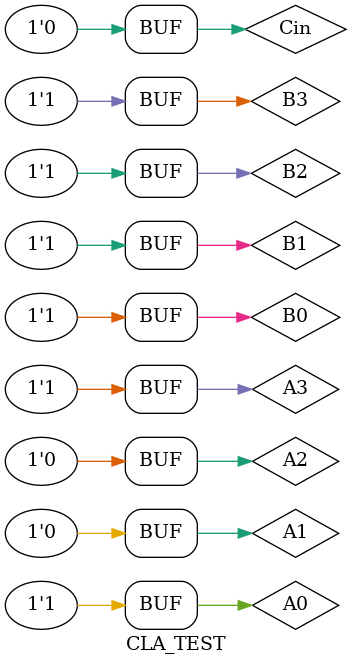
<source format=v>
`timescale 1ns / 1ps


module CLA_TEST;

	// Inputs
	reg A3;
	reg A2;
	reg A1;
	reg A0;
	reg B3;
	reg B2;
	reg B1;
	reg B0;
	reg Cin;

	// Outputs
	wire S3;
	wire S2;
	wire S1;
	wire S0;
	wire Cout;

	// Instantiate the Unit Under Test (UUT)
	CLA uut (
		.A3(A3), 
		.A2(A2), 
		.A1(A1), 
		.A0(A0), 
		.B3(B3), 
		.B2(B2), 
		.B1(B1), 
		.B0(B0), 
		.Cin(Cin), 
		.S3(S3), 
		.S2(S2), 
		.S1(S1), 
		.S0(S0), 
		.Cout(Cout)
	);

	initial begin
		// Initialize Inputs
		A3 = 0;
		A2 = 0;
		A1 = 0;
		A0 = 0;
		B3 = 0;
		B2 = 0;
		B1 = 0;
		B0 = 0;
		Cin = 0;

		// Wait 100 ns for global reset to finish
		#100;
		A3 = 1;
		A2 = 1;
		A1 = 1;
		A0 = 1;
		B3 = 1;
		B2 = 1;
		B1 = 1;
		B0 = 1;
		Cin = 1;

		// Wait 100 ns for global reset to finish
		#100;
		A3 = 1;
		A2 = 0;
		A1 = 0;
		A0 = 1;
		B3 = 1;
		B2 = 1;
		B1 = 1;
		B0 = 1;
		Cin = 0;

		// Wait 100 ns for global reset to finish
		#100;
		
        
		// Add stimulus here

	end
      
endmodule


</source>
